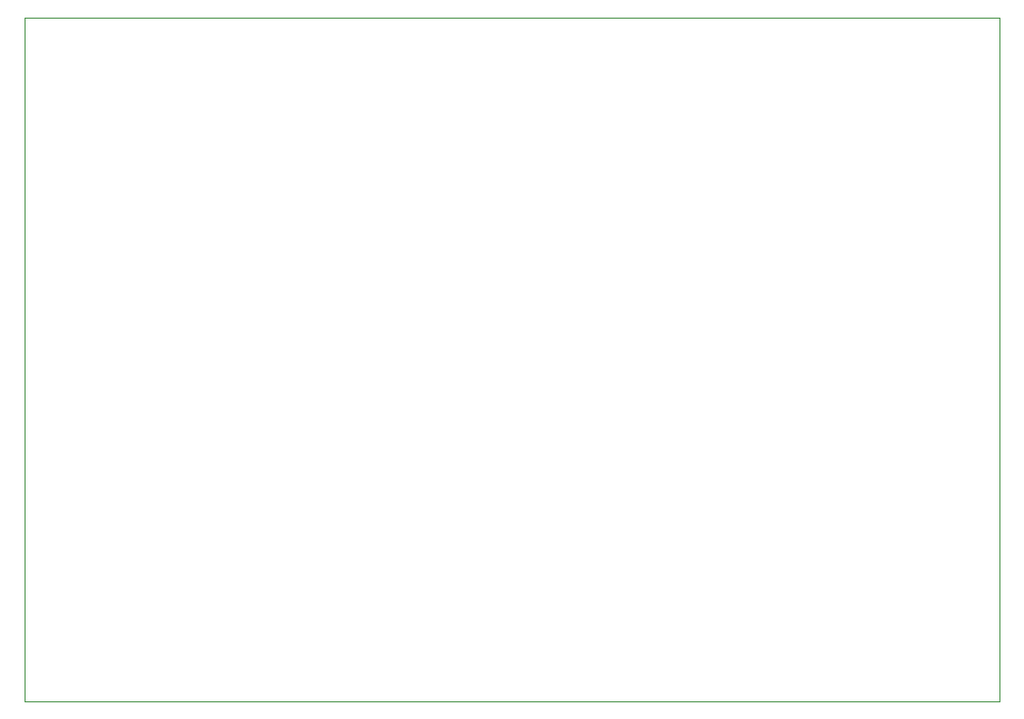
<source format=gbr>
%TF.GenerationSoftware,KiCad,Pcbnew,8.0.6*%
%TF.CreationDate,2024-11-04T15:23:12-08:00*%
%TF.ProjectId,201_final_project_sensor_array,3230315f-6669-46e6-916c-5f70726f6a65,rev?*%
%TF.SameCoordinates,Original*%
%TF.FileFunction,Profile,NP*%
%FSLAX46Y46*%
G04 Gerber Fmt 4.6, Leading zero omitted, Abs format (unit mm)*
G04 Created by KiCad (PCBNEW 8.0.6) date 2024-11-04 15:23:12*
%MOMM*%
%LPD*%
G01*
G04 APERTURE LIST*
%TA.AperFunction,Profile*%
%ADD10C,0.100000*%
%TD*%
G04 APERTURE END LIST*
D10*
X175000000Y-115000000D02*
X175000000Y-56000000D01*
X91000000Y-115000000D02*
X175000000Y-115000000D01*
X91000000Y-56000000D02*
X91000000Y-115000000D01*
X175000000Y-56000000D02*
X91000000Y-56000000D01*
M02*

</source>
